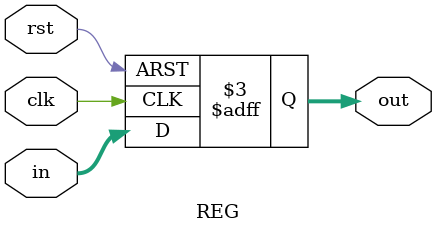
<source format=v>
`timescale 1ns / 1ps

module ALU_REG (
    OP,
    rs2_imm_s,
    Data_A,
    Data_B,
    imm,
    rst,
    clk_RR,
    clk_F,
    A,
    B,
    F,
    FR
);
  input [3:0] OP;
  input rs2_imm_s;
  input [31:0] Data_A, Data_B, imm;
  input rst, clk_RR, clk_F;
  output [31:0] A, B, F;
  output [3:0] FR;


  wire [31:0] F_tmp;
  wire ZF, CF, OF, SF;


  REG R_A (
      .rst(rst),
      .clk(clk_RR),
      .in (Data_A),
      .out(A)
  );

  REG R_B (
      .rst(rst),
      .clk(clk_RR),
      .in (Data_B),
      .out(B)
  );

  ALU alu (
      .OP(OP),
      .X (A),
      .Y (rs2_imm_s ? imm : B),
      .F (F_tmp),
      .ZF(ZF),
      .CF(CF),
      .OF(OF),
      .SF(SF)
  );

  REG R_F (
      .rst(rst),
      .clk(clk_F),
      .in (F_tmp),
      .out(F)
  );

  REG R_FR (
      .rst(rst),
      .clk(clk_F),
      .in ({28'b0, ZF, CF, OF, SF}),
      .out(FR)
  );

endmodule


//ALU
module ALU (
    OP,
    X,  //第一个运算数
    Y,  //第二个运算数
    F,  //运算结果
    ZF,
    CF,
    OF,
    SF
);

  input [3:0] OP;
  input [31:0] X, Y;
  output reg [31:0] F;
  output ZF, CF, OF, SF;

  integer i;
  reg C;

  assign ZF = (F == 32'h0000_0000) ? 1 : 0;
  assign CF = C;
  assign OF = X[31] ^ Y[31] ^ C ^ F[31];
  assign SF = F[31];


  always @(*) begin
    case (OP)
      4'b0000: {C, F} = {1'b0, X} + {1'b0, Y};
      4'b0001: F = X << Y;
      4'b0010: F = $signed(X) < $signed(Y) ? 1 : 0;
      4'b0011: F = X < Y ? 1 : 0;
      4'b0100: F = X ^ Y;
      4'b0101: F = X >> Y;
      4'b0110: F = X | Y;
      4'b0111: F = X & Y;
      4'b1000: {C, F} = {1'b0, X} - {1'b0, Y};
      4'b1101: begin
        F = X;
        for (i = 0; i < Y && i < 32; i = i + 1'b1) begin
          F = {F[31], F[31:1]};
        end
      end
      default: F = 0;
    endcase
  end

endmodule


//暂存器
module REG (
    rst,
    clk,
    in,
    out
);
  input rst, clk;
  input [31:0] in;
  output reg [31:0] out;

  always @(posedge rst or posedge clk) begin
    if (rst) begin
      out <= 32'h0000_0000;
    end else begin
      out <= in;
    end
  end

endmodule
</source>
